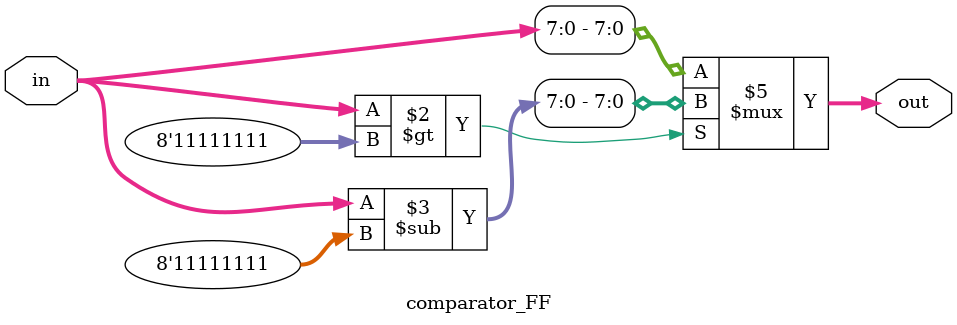
<source format=v>
module comparator_FF(in,out);
input wire [8:0] in;
output reg [7:0] out;

always @(*)
	begin
		if (in > 8'hFF)
			out<=in-8'hFF;
		else 
			out<=in[7:0];	
	end
	
endmodule

</source>
